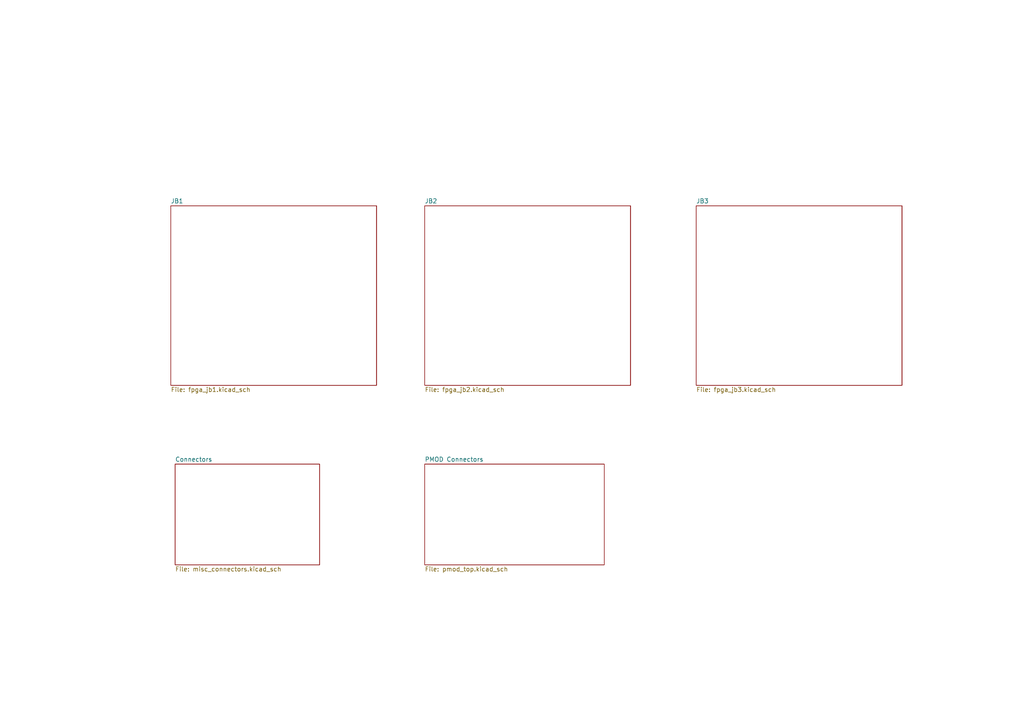
<source format=kicad_sch>
(kicad_sch (version 20210126) (generator eeschema)
  (paper "A4")
  (lib_symbols)
  (sheet (at 50.8 134.62) (size 41.91 29.21)
    (property "Sheet name" "Connectors" (at 50.8 133.9845 0) (effects (justify left bottom)))
    (property "Sheet file" "misc_connectors.kicad_sch" (at 50.8 164.3385 0) (effects (justify left top)))
  )
  (sheet (at 49.53 59.69) (size 59.69 52.07)
    (property "Sheet name" "JB1" (at 49.53 59.0545 0) (effects (justify left bottom)))
    (property "Sheet file" "fpga_jb1.kicad_sch" (at 49.53 112.2685 0) (effects (justify left top)))
  )
  (sheet (at 123.19 59.69) (size 59.69 52.07)
    (property "Sheet name" "JB2" (at 123.19 59.0545 0) (effects (justify left bottom)))
    (property "Sheet file" "fpga_jb2.kicad_sch" (at 123.19 112.2685 0) (effects (justify left top)))
  )
  (sheet (at 201.93 59.69) (size 59.69 52.07)
    (property "Sheet name" "JB3" (at 201.93 59.0545 0) (effects (justify left bottom)))
    (property "Sheet file" "fpga_jb3.kicad_sch" (at 201.93 112.2685 0) (effects (justify left top)))
  )
  (sheet (at 123.19 134.62) (size 52.07 29.21)
    (property "Sheet name" "PMOD Connectors" (at 123.19 133.9845 0) (effects (justify left bottom)))
    (property "Sheet file" "pmod_top.kicad_sch" (at 123.19 164.3385 0) (effects (justify left top)))
  )
)
</source>
